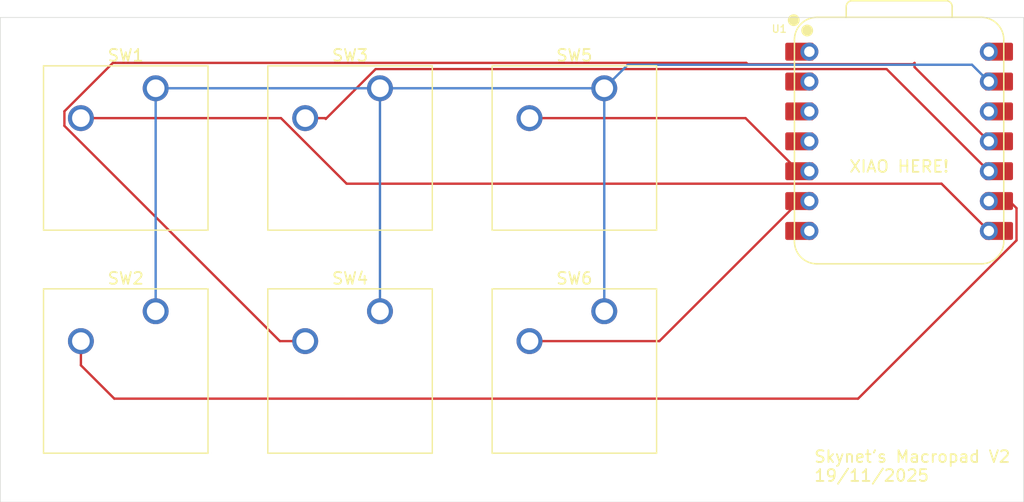
<source format=kicad_pcb>
(kicad_pcb (version 20241229) (generator "pcbnew") (generator_version "9.0")
  (layers (0 "F.Cu" signal) (2 "B.Cu" signal) (13 "F.Paste" user) (15 "B.Paste" user) (5 "F.SilkS" user "F.Silkscreen") (7 "B.SilkS" user "B.Silkscreen") (1 "F.Mask" user) (3 "B.Mask" user) (25 "Edge.Cuts" user))
  (net 0 "")
  (net 1 "+5V")
  (net 2 "Net-(U1-GPIO6{slash}SDA)")
  (net 3 "GND")
  (net 4 "Net-(U1-GPIO7{slash}SCL)")
  (net 5 "Net-(U1-GPIO1{slash}RX)")
  (net 6 "Net-(U1-GPIO2{slash}SCK)")
  (net 7 "Net-(U1-GPIO4{slash}MISO)")
  (net 8 "Net-(U1-GPIO3{slash}MOSI)")
  (footprint "Button_Switch_Keyboard:SW_Cherry_MX_1.00u_PCB" (layer "F.Cu") (at 66.51625 59.21375)
    (property "Reference" "SW2" (at -2.54 -2.794 0) (layer "F.SilkS"))
    (property "Value" "SW_Push")
    (fp_line (start -9.525 -1.905) (end 4.445 -1.905) (stroke (width 0.12)) (layer "F.SilkS"))
    (fp_line (start -9.525 12.065) (end -9.525 -1.905) (stroke (width 0.12)) (layer "F.SilkS"))
    (fp_line (start 4.445 -1.905) (end 4.445 12.065) (stroke (width 0.12)) (layer "F.SilkS"))
    (fp_line (start 4.445 12.065) (end -9.525 12.065) (stroke (width 0.12)) (layer "F.SilkS"))
    (pad "" np_thru_hole circle (at -7.62 5.08) (size 1.7 1.7) (drill 1.7) (layers "*.Cu" "*.Mask"))
    (pad "" np_thru_hole circle (at -2.54 5.08) (size 4 4) (drill 4) (layers "*.Cu" "*.Mask"))
    (pad "" np_thru_hole circle (at 2.54 5.08) (size 1.7 1.7) (drill 1.7) (layers "*.Cu" "*.Mask"))
    (pad "1" thru_hole circle (at 0 0) (size 2.2 2.2) (drill 1.5) (layers "*.Cu" "*.Mask") (net 3 "GND"))
    (pad "2" thru_hole circle (at -6.35 2.54) (size 2.2 2.2) (drill 1.5) (layers "*.Cu" "*.Mask") (net 6 "Net-(U1-GPIO2{slash}SCK)"))
  )
  (footprint "Button_Switch_Keyboard:SW_Cherry_MX_1.00u_PCB" (layer "F.Cu") (at 85.56625 59.21375)
    (property "Reference" "SW4" (at -2.54 -2.794 0) (layer "F.SilkS"))
    (property "Value" "SW_Push")
    (fp_line (start -9.525 -1.905) (end 4.445 -1.905) (stroke (width 0.12)) (layer "F.SilkS"))
    (fp_line (start -9.525 12.065) (end -9.525 -1.905) (stroke (width 0.12)) (layer "F.SilkS"))
    (fp_line (start 4.445 -1.905) (end 4.445 12.065) (stroke (width 0.12)) (layer "F.SilkS"))
    (fp_line (start 4.445 12.065) (end -9.525 12.065) (stroke (width 0.12)) (layer "F.SilkS"))
    (pad "" np_thru_hole circle (at -7.62 5.08) (size 1.7 1.7) (drill 1.7) (layers "*.Cu" "*.Mask"))
    (pad "" np_thru_hole circle (at -2.54 5.08) (size 4 4) (drill 4) (layers "*.Cu" "*.Mask"))
    (pad "" np_thru_hole circle (at 2.54 5.08) (size 1.7 1.7) (drill 1.7) (layers "*.Cu" "*.Mask"))
    (pad "1" thru_hole circle (at 0 0) (size 2.2 2.2) (drill 1.5) (layers "*.Cu" "*.Mask") (net 3 "GND"))
    (pad "2" thru_hole circle (at -6.35 2.54) (size 2.2 2.2) (drill 1.5) (layers "*.Cu" "*.Mask") (net 8 "Net-(U1-GPIO3{slash}MOSI)"))
  )
  (footprint "Button_Switch_Keyboard:SW_Cherry_MX_1.00u_PCB" (layer "F.Cu") (at 104.61625 40.25675)
    (property "Reference" "SW5" (at -2.54 -2.794 0) (layer "F.SilkS"))
    (property "Value" "SW_Push")
    (fp_line (start -9.525 -1.905) (end 4.445 -1.905) (stroke (width 0.12)) (layer "F.SilkS"))
    (fp_line (start -9.525 12.065) (end -9.525 -1.905) (stroke (width 0.12)) (layer "F.SilkS"))
    (fp_line (start 4.445 -1.905) (end 4.445 12.065) (stroke (width 0.12)) (layer "F.SilkS"))
    (fp_line (start 4.445 12.065) (end -9.525 12.065) (stroke (width 0.12)) (layer "F.SilkS"))
    (pad "" np_thru_hole circle (at -7.62 5.08) (size 1.7 1.7) (drill 1.7) (layers "*.Cu" "*.Mask"))
    (pad "" np_thru_hole circle (at -2.54 5.08) (size 4 4) (drill 4) (layers "*.Cu" "*.Mask"))
    (pad "" np_thru_hole circle (at 2.54 5.08) (size 1.7 1.7) (drill 1.7) (layers "*.Cu" "*.Mask"))
    (pad "1" thru_hole circle (at 0 0) (size 2.2 2.2) (drill 1.5) (layers "*.Cu" "*.Mask") (net 3 "GND"))
    (pad "2" thru_hole circle (at -6.35 2.54) (size 2.2 2.2) (drill 1.5) (layers "*.Cu" "*.Mask") (net 2 "Net-(U1-GPIO6{slash}SDA)"))
  )
  (footprint "Button_Switch_Keyboard:SW_Cherry_MX_1.00u_PCB" (layer "F.Cu") (at 66.51625 40.25675)
    (property "Reference" "SW1" (at -2.54 -2.794 0) (layer "F.SilkS"))
    (property "Value" "SW_Push")
    (fp_line (start -9.525 -1.905) (end 4.445 -1.905) (stroke (width 0.12)) (layer "F.SilkS"))
    (fp_line (start -9.525 12.065) (end -9.525 -1.905) (stroke (width 0.12)) (layer "F.SilkS"))
    (fp_line (start 4.445 -1.905) (end 4.445 12.065) (stroke (width 0.12)) (layer "F.SilkS"))
    (fp_line (start 4.445 12.065) (end -9.525 12.065) (stroke (width 0.12)) (layer "F.SilkS"))
    (pad "" np_thru_hole circle (at -7.62 5.08) (size 1.7 1.7) (drill 1.7) (layers "*.Cu" "*.Mask"))
    (pad "" np_thru_hole circle (at -2.54 5.08) (size 4 4) (drill 4) (layers "*.Cu" "*.Mask"))
    (pad "" np_thru_hole circle (at 2.54 5.08) (size 1.7 1.7) (drill 1.7) (layers "*.Cu" "*.Mask"))
    (pad "1" thru_hole circle (at 0 0) (size 2.2 2.2) (drill 1.5) (layers "*.Cu" "*.Mask") (net 3 "GND"))
    (pad "2" thru_hole circle (at -6.35 2.54) (size 2.2 2.2) (drill 1.5) (layers "*.Cu" "*.Mask") (net 5 "Net-(U1-GPIO1{slash}RX)"))
  )
  (footprint "OPL:XIAO-RP2040-DIP" (layer "F.Cu") (at 129.6575 44.7675)
    (property "Reference" "U1" (at -10.1775 -9.5575 0) (layer "F.SilkS") (effects (font (size 0.635 0.635) (thickness 0.1016))))
    (property "Value" "XIAO-RP2040-DIP")
    (fp_line (start -8.89 8.509) (end -8.89 -8.636) (stroke (width 0.127)) (layer "F.SilkS"))
    (fp_line (start -6.985 10.414) (end 6.985 10.414) (stroke (width 0.127)) (layer "F.SilkS"))
    (fp_line (start -4.495 -10.541) (end -4.491272 -11.451272) (stroke (width 0.127)) (layer "F.SilkS"))
    (fp_line (start -3.991272 -11.951) (end 4.004 -11.951) (stroke (width 0.127)) (layer "F.SilkS"))
    (fp_line (start 4.504 -11.451) (end 4.504 -10.541) (stroke (width 0.127)) (layer "F.SilkS"))
    (fp_line (start 6.985 -10.541) (end -6.985 -10.541) (stroke (width 0.1)) (layer "F.SilkS"))
    (fp_line (start 6.985 -10.541) (end -6.985 -10.541) (stroke (width 0.127)) (layer "F.SilkS"))
    (fp_line (start 8.89 8.509) (end 8.89 -8.636) (stroke (width 0.127)) (layer "F.SilkS"))
    (fp_arc (start -8.89 -8.636) (mid -8.332038 -9.983038) (end -6.985 -10.541) (stroke (width 0.127)) (layer "F.SilkS"))
    (fp_arc (start -6.985 10.414) (mid -8.332038 9.856038) (end -8.89 8.509) (stroke (width 0.127)) (layer "F.SilkS"))
    (fp_arc (start -4.491272 -11.451272) (mid -4.344728 -11.80464) (end -3.991272 -11.951) (stroke (width 0.127)) (layer "F.SilkS"))
    (fp_arc (start 4.004 -11.951) (mid 4.357553 -11.804553) (end 4.504 -11.451) (stroke (width 0.127)) (layer "F.SilkS"))
    (fp_arc (start 6.985 -10.541) (mid 8.332038 -9.983038) (end 8.89 -8.636) (stroke (width 0.127)) (layer "F.SilkS"))
    (fp_arc (start 8.89 8.509) (mid 8.332038 9.856038) (end 6.985 10.414) (stroke (width 0.127)) (layer "F.SilkS"))
    (fp_circle (center -8.95 -10.3) (end -8.95 -10.554) (stroke (width 0.5)) (fill yes) (layer "F.SilkS"))
    (fp_circle (center -7.807 -9.42) (end -7.807 -9.674) (stroke (width 0.5)) (fill yes) (layer "F.SilkS"))
    (pad "1" smd roundrect (at -8.455 -7.62 180) (size 2.432 1.524) (layers "F.Cu" "F.Mask") (roundrect_rratio 0.1))
    (pad "1" thru_hole circle (at -7.62 -7.62 180) (size 1.524 1.524) (drill 0.889) (layers "*.Cu" "*.Mask"))
    (pad "2" smd roundrect (at -8.455 -5.08 180) (size 2.432 1.524) (layers "F.Cu" "F.Mask") (roundrect_rratio 0.1))
    (pad "2" thru_hole circle (at -7.62 -5.08 180) (size 1.524 1.524) (drill 0.889) (layers "*.Cu" "*.Mask"))
    (pad "3" smd roundrect (at -8.455 -2.54 180) (size 2.432 1.524) (layers "F.Cu" "F.Mask") (roundrect_rratio 0.1))
    (pad "3" thru_hole circle (at -7.62 -2.54 180) (size 1.524 1.524) (drill 0.889) (layers "*.Cu" "*.Mask"))
    (pad "4" smd roundrect (at -8.455 0 180) (size 2.432 1.524) (layers "F.Cu" "F.Mask") (roundrect_rratio 0.1))
    (pad "4" thru_hole circle (at -7.62 0 180) (size 1.524 1.524) (drill 0.889) (layers "*.Cu" "*.Mask"))
    (pad "5" smd roundrect (at -8.455 2.54 180) (size 2.432 1.524) (layers "F.Cu" "F.Mask") (roundrect_rratio 0.1) (net 2 "Net-(U1-GPIO6{slash}SDA)"))
    (pad "5" thru_hole circle (at -7.62 2.54 180) (size 1.524 1.524) (drill 0.889) (layers "*.Cu" "*.Mask") (net 2 "Net-(U1-GPIO6{slash}SDA)"))
    (pad "6" smd roundrect (at -8.455 5.08 180) (size 2.432 1.524) (layers "F.Cu" "F.Mask") (roundrect_rratio 0.1) (net 4 "Net-(U1-GPIO7{slash}SCL)"))
    (pad "6" thru_hole circle (at -7.62 5.08 180) (size 1.524 1.524) (drill 0.889) (layers "*.Cu" "*.Mask") (net 4 "Net-(U1-GPIO7{slash}SCL)"))
    (pad "7" smd roundrect (at -8.455 7.62 180) (size 2.432 1.524) (layers "F.Cu" "F.Mask") (roundrect_rratio 0.1))
    (pad "7" thru_hole circle (at -7.62 7.62 180) (size 1.524 1.524) (drill 0.889) (layers "*.Cu" "*.Mask"))
    (pad "8" thru_hole circle (at 7.62 7.62) (size 1.524 1.524) (drill 0.889) (layers "*.Cu" "*.Mask") (net 5 "Net-(U1-GPIO1{slash}RX)"))
    (pad "8" smd roundrect (at 8.455 7.62) (size 2.432 1.524) (layers "F.Cu" "F.Mask") (roundrect_rratio 0.1) (net 5 "Net-(U1-GPIO1{slash}RX)"))
    (pad "9" thru_hole circle (at 7.62 5.08) (size 1.524 1.524) (drill 0.889) (layers "*.Cu" "*.Mask") (net 6 "Net-(U1-GPIO2{slash}SCK)"))
    (pad "9" smd roundrect (at 8.455 5.08) (size 2.432 1.524) (layers "F.Cu" "F.Mask") (roundrect_rratio 0.1) (net 6 "Net-(U1-GPIO2{slash}SCK)"))
    (pad "10" thru_hole circle (at 7.62 2.54) (size 1.524 1.524) (drill 0.889) (layers "*.Cu" "*.Mask") (net 7 "Net-(U1-GPIO4{slash}MISO)"))
    (pad "10" smd roundrect (at 8.455 2.54) (size 2.432 1.524) (layers "F.Cu" "F.Mask") (roundrect_rratio 0.1) (net 7 "Net-(U1-GPIO4{slash}MISO)"))
    (pad "11" thru_hole circle (at 7.62 0) (size 1.524 1.524) (drill 0.889) (layers "*.Cu" "*.Mask") (net 8 "Net-(U1-GPIO3{slash}MOSI)"))
    (pad "11" smd roundrect (at 8.455 0) (size 2.432 1.524) (layers "F.Cu" "F.Mask") (roundrect_rratio 0.1) (net 8 "Net-(U1-GPIO3{slash}MOSI)"))
    (pad "12" thru_hole circle (at 7.62 -2.54) (size 1.524 1.524) (drill 0.889) (layers "*.Cu" "*.Mask"))
    (pad "12" smd roundrect (at 8.455 -2.54) (size 2.432 1.524) (layers "F.Cu" "F.Mask") (roundrect_rratio 0.1))
    (pad "13" thru_hole circle (at 7.62 -5.08) (size 1.524 1.524) (drill 0.889) (layers "*.Cu" "*.Mask") (net 3 "GND"))
    (pad "13" smd roundrect (at 8.455 -5.08) (size 2.432 1.524) (layers "F.Cu" "F.Mask") (roundrect_rratio 0.1) (net 3 "GND"))
    (pad "14" thru_hole circle (at 7.62 -7.62) (size 1.524 1.524) (drill 0.889) (layers "*.Cu" "*.Mask") (net 1 "+5V"))
    (pad "14" smd roundrect (at 8.455 -7.62) (size 2.432 1.524) (layers "F.Cu" "F.Mask") (roundrect_rratio 0.1) (net 1 "+5V"))
  )
  (footprint "Button_Switch_Keyboard:SW_Cherry_MX_1.00u_PCB" (layer "F.Cu") (at 104.61625 59.21375)
    (property "Reference" "SW6" (at -2.54 -2.794 0) (layer "F.SilkS"))
    (property "Value" "SW_Push")
    (fp_line (start -9.525 -1.905) (end 4.445 -1.905) (stroke (width 0.12)) (layer "F.SilkS"))
    (fp_line (start -9.525 12.065) (end -9.525 -1.905) (stroke (width 0.12)) (layer "F.SilkS"))
    (fp_line (start 4.445 -1.905) (end 4.445 12.065) (stroke (width 0.12)) (layer "F.SilkS"))
    (fp_line (start 4.445 12.065) (end -9.525 12.065) (stroke (width 0.12)) (layer "F.SilkS"))
    (pad "" np_thru_hole circle (at -7.62 5.08) (size 1.7 1.7) (drill 1.7) (layers "*.Cu" "*.Mask"))
    (pad "" np_thru_hole circle (at -2.54 5.08) (size 4 4) (drill 4) (layers "*.Cu" "*.Mask"))
    (pad "" np_thru_hole circle (at 2.54 5.08) (size 1.7 1.7) (drill 1.7) (layers "*.Cu" "*.Mask"))
    (pad "1" thru_hole circle (at 0 0) (size 2.2 2.2) (drill 1.5) (layers "*.Cu" "*.Mask") (net 3 "GND"))
    (pad "2" thru_hole circle (at -6.35 2.54) (size 2.2 2.2) (drill 1.5) (layers "*.Cu" "*.Mask") (net 4 "Net-(U1-GPIO7{slash}SCL)"))
  )
  (footprint "Button_Switch_Keyboard:SW_Cherry_MX_1.00u_PCB" (layer "F.Cu") (at 85.56625 40.25675)
    (property "Reference" "SW3" (at -2.54 -2.794 0) (layer "F.SilkS"))
    (property "Value" "SW_Push")
    (fp_line (start -9.525 -1.905) (end 4.445 -1.905) (stroke (width 0.12)) (layer "F.SilkS"))
    (fp_line (start -9.525 12.065) (end -9.525 -1.905) (stroke (width 0.12)) (layer "F.SilkS"))
    (fp_line (start 4.445 -1.905) (end 4.445 12.065) (stroke (width 0.12)) (layer "F.SilkS"))
    (fp_line (start 4.445 12.065) (end -9.525 12.065) (stroke (width 0.12)) (layer "F.SilkS"))
    (pad "" np_thru_hole circle (at -7.62 5.08) (size 1.7 1.7) (drill 1.7) (layers "*.Cu" "*.Mask"))
    (pad "" np_thru_hole circle (at -2.54 5.08) (size 4 4) (drill 4) (layers "*.Cu" "*.Mask"))
    (pad "" np_thru_hole circle (at 2.54 5.08) (size 1.7 1.7) (drill 1.7) (layers "*.Cu" "*.Mask"))
    (pad "1" thru_hole circle (at 0 0) (size 2.2 2.2) (drill 1.5) (layers "*.Cu" "*.Mask") (net 3 "GND"))
    (pad "2" thru_hole circle (at -6.35 2.54) (size 2.2 2.2) (drill 1.5) (layers "*.Cu" "*.Mask") (net 7 "Net-(U1-GPIO4{slash}MISO)"))
  )
  (gr_rect (start 53.32 34.24) (end 140.24 75.44) (stroke (width 0.05)) (fill no) (layer "Edge.Cuts"))
  (gr_text "Skynet's Macropad V2\n19/11/2025" (at 122.37 73.77 0) (layer "F.SilkS") (effects (font (size 1 1)) (justify left bottom)))
  (gr_text "XIAO HERE!" (at 125.35 47.49 0) (layer "F.SilkS") (effects (font (size 1 1)) (justify left bottom)))
  (segment (start 121.12625 47.3075) (end 122.0375 47.3075) (width 0.2) (layer "F.Cu") (net 2))
  (segment (start 98.26625 42.79675) (end 116.6155 42.79675) (width 0.2) (layer "F.Cu") (net 2))
  (segment (start 116.6155 42.79675) (end 121.12625 47.3075) (width 0.2) (layer "F.Cu") (net 2))
  (segment (start 85.56625 40.25675) (end 85.56625 59.21375) (width 0.2) (layer "B.Cu") (net 3))
  (segment (start 135.84875 38.25875) (end 106.61425 38.25875) (width 0.2) (layer "B.Cu") (net 3))
  (segment (start 104.61625 40.25675) (end 85.56625 40.25675) (width 0.2) (layer "B.Cu") (net 3))
  (segment (start 137.2775 39.6875) (end 135.84875 38.25875) (width 0.2) (layer "B.Cu") (net 3))
  (segment (start 66.51625 40.25675) (end 66.51625 59.21375) (width 0.2) (layer "B.Cu") (net 3))
  (segment (start 106.61425 38.25875) (end 104.61625 40.25675) (width 0.2) (layer "B.Cu") (net 3))
  (segment (start 85.56625 40.25675) (end 66.51625 40.25675) (width 0.2) (layer "B.Cu") (net 3))
  (segment (start 104.61625 40.25675) (end 104.61625 59.21375) (width 0.2) (layer "B.Cu") (net 3))
  (segment (start 98.26625 61.75375) (end 109.29625 61.75375) (width 0.2) (layer "F.Cu") (net 4))
  (segment (start 109.29625 61.75375) (end 121.2025 49.8475) (width 0.2) (layer "F.Cu") (net 4))
  (segment (start 77.161434 42.79675) (end 82.735184 48.3705) (width 0.2) (layer "F.Cu") (net 5))
  (segment (start 133.2605 48.3705) (end 137.2775 52.3875) (width 0.2) (layer "F.Cu") (net 5))
  (segment (start 82.735184 48.3705) (end 133.2605 48.3705) (width 0.2) (layer "F.Cu") (net 5))
  (segment (start 60.16625 42.79675) (end 77.161434 42.79675) (width 0.2) (layer "F.Cu") (net 5))
  (segment (start 126.173876 66.64475) (end 139.6295 53.189126) (width 0.2) (layer "F.Cu") (net 6))
  (segment (start 139.6295 53.189126) (end 139.6295 50.4495) (width 0.2) (layer "F.Cu") (net 6))
  (segment (start 60.16625 61.75375) (end 60.16625 63.808566) (width 0.2) (layer "F.Cu") (net 6))
  (segment (start 63.002434 66.64475) (end 126.173876 66.64475) (width 0.2) (layer "F.Cu") (net 6))
  (segment (start 60.16625 63.808566) (end 63.002434 66.64475) (width 0.2) (layer "F.Cu") (net 6))
  (segment (start 139.6295 50.4495) (end 139.0275 49.8475) (width 0.2) (layer "F.Cu") (net 6))
  (segment (start 139.0275 49.8475) (end 137.2775 49.8475) (width 0.2) (layer "F.Cu") (net 6))
  (segment (start 80.9625 42.8625) (end 85.2005 38.6245) (width 0.2) (layer "F.Cu") (net 7))
  (segment (start 79.21625 42.79675) (end 80.89675 42.79675) (width 0.2) (layer "F.Cu") (net 7))
  (segment (start 85.2005 38.6245) (end 128.5945 38.6245) (width 0.2) (layer "F.Cu") (net 7))
  (segment (start 80.89675 42.79675) (end 80.9625 42.8625) (width 0.2) (layer "F.Cu") (net 7))
  (segment (start 128.5945 38.6245) (end 137.2775 47.3075) (width 0.2) (layer "F.Cu") (net 7))
  (segment (start 116.79175 38.2105) (end 130.85825 38.2105) (width 0.2) (layer "F.Cu") (net 8))
  (segment (start 58.76525 42.216436) (end 62.881686 38.1) (width 0.2) (layer "F.Cu") (net 8))
  (segment (start 77.068434 61.75375) (end 58.76525 43.450566) (width 0.2) (layer "F.Cu") (net 8))
  (segment (start 79.21625 61.75375) (end 77.068434 61.75375) (width 0.2) (layer "F.Cu") (net 8))
  (segment (start 130.85825 38.2105) (end 130.96875 38.1) (width 0.2) (layer "F.Cu") (net 8))
  (segment (start 130.96875 38.1) (end 130.96875 38.45875) (width 0.2) (layer "F.Cu") (net 8))
  (segment (start 62.881686 38.1) (end 116.68125 38.1) (width 0.2) (layer "F.Cu") (net 8))
  (segment (start 130.96875 38.45875) (end 137.2775 44.7675) (width 0.2) (layer "F.Cu") (net 8))
  (segment (start 116.68125 38.1) (end 116.79175 38.2105) (width 0.2) (layer "F.Cu") (net 8))
  (segment (start 58.76525 43.450566) (end 58.76525 42.216436) (width 0.2) (layer "F.Cu") (net 8))
)
</source>
